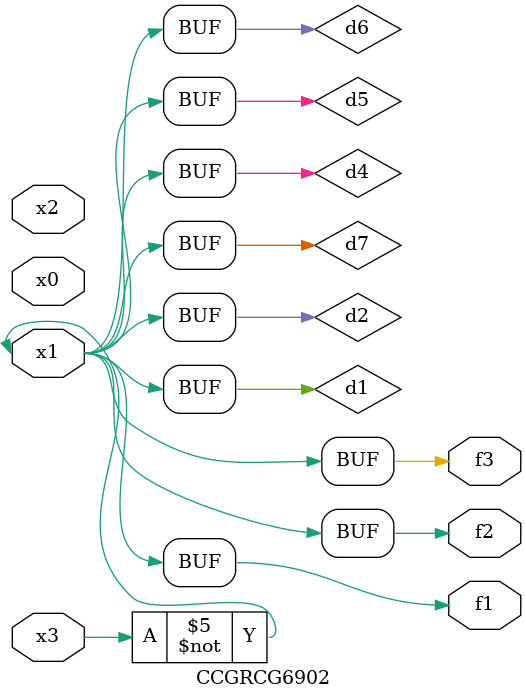
<source format=v>
module CCGRCG6902(
	input x0, x1, x2, x3,
	output f1, f2, f3
);

	wire d1, d2, d3, d4, d5, d6, d7;

	not (d1, x3);
	buf (d2, x1);
	xnor (d3, d1, d2);
	nor (d4, d1);
	buf (d5, d1, d2);
	buf (d6, d4, d5);
	nand (d7, d4);
	assign f1 = d6;
	assign f2 = d7;
	assign f3 = d6;
endmodule

</source>
